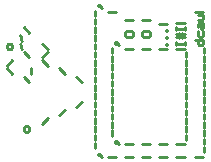
<source format=gbr>
G04*
G04 #@! TF.GenerationSoftware,Altium Limited,Altium Designer,22.4.2 (48)*
G04*
G04 Layer_Color=32896*
%FSLAX25Y25*%
%MOIN*%
G70*
G04*
G04 #@! TF.SameCoordinates,550AB15D-F781-4C29-8757-C47261610ABA*
G04*
G04*
G04 #@! TF.FilePolarity,Positive*
G04*
G01*
G75*
%ADD12C,0.01000*%
D12*
X79885Y76280D02*
X78049Y78117D01*
X79885Y80872D02*
X78049Y79036D01*
X79885Y85005D02*
Y85923D01*
X79426Y86382D01*
X78508D01*
X78049Y85923D01*
Y85005D01*
X78508Y84545D01*
X79426D01*
X79885Y85005D01*
X85591Y57455D02*
Y58373D01*
X85132Y58832D01*
X84214D01*
X83755Y58373D01*
Y57455D01*
X84214Y56995D01*
X85132D01*
X85591Y57455D01*
Y73525D02*
X83755Y75362D01*
X86050Y76280D02*
Y78117D01*
X85591Y81791D02*
X83755Y83627D01*
X83295Y84545D02*
X82836Y85005D01*
Y85923D01*
X82377Y86382D01*
X83295Y87300D02*
X82836Y87760D01*
Y88678D01*
X82377Y89137D01*
X85591Y90056D02*
X83755Y91892D01*
X91756Y61587D02*
X89920Y59750D01*
X91756Y79036D02*
X89920Y80872D01*
X91756Y83627D02*
X89920Y81791D01*
X91756Y84545D02*
X89920Y86382D01*
X97462Y64342D02*
X95626Y62505D01*
X97462Y76280D02*
X95626Y78117D01*
X103168Y67097D02*
X101332Y65260D01*
X103168Y73525D02*
X101332Y75362D01*
X109334Y49189D02*
X108874Y49649D01*
X108415D01*
Y49189D01*
X108874D01*
Y49649D01*
X109334Y49189D01*
X109793Y48730D01*
X107497Y51485D02*
Y53322D01*
Y54240D02*
Y56077D01*
Y56995D02*
Y58832D01*
Y59750D02*
Y61587D01*
Y62505D02*
Y64342D01*
Y65260D02*
Y67097D01*
Y68015D02*
Y69852D01*
Y70770D02*
Y72607D01*
Y73525D02*
Y75362D01*
Y76280D02*
Y78117D01*
Y79036D02*
Y80872D01*
Y81791D02*
Y83627D01*
Y84545D02*
Y86382D01*
Y87300D02*
Y89137D01*
Y90056D02*
Y91892D01*
Y92811D02*
Y94647D01*
Y95566D02*
Y97402D01*
X109334Y98780D02*
X108874Y99239D01*
X108415D01*
Y98780D01*
X108874D01*
Y99239D01*
X109334Y98780D01*
X109793Y98321D01*
X111826Y48730D02*
X114581D01*
X115040Y53322D02*
X114581Y53781D01*
X114121D01*
Y53322D01*
X114581D01*
Y53781D01*
X115040Y53322D01*
X115499Y52863D01*
X113203Y55618D02*
Y57455D01*
Y58373D02*
Y60210D01*
Y61128D02*
Y62964D01*
Y63883D02*
Y65719D01*
Y66638D02*
Y68475D01*
Y69393D02*
Y71230D01*
Y72148D02*
Y73985D01*
Y74903D02*
Y76740D01*
Y77658D02*
Y79495D01*
Y80413D02*
Y82250D01*
Y83168D02*
Y85005D01*
X115040Y86382D02*
X114581Y86841D01*
X114121D01*
Y86382D01*
X114581D01*
Y86841D01*
X115040Y86382D01*
X115499Y85923D01*
X111826Y96943D02*
X114581D01*
X117532Y48730D02*
X120287D01*
X117532Y52863D02*
X120287D01*
X117532Y84545D02*
X120287D01*
X117532Y90056D02*
Y89137D01*
X117991Y88678D01*
X119827D01*
X120287Y89137D01*
Y90056D01*
X119827Y90515D01*
X117991D01*
X117532Y90056D01*
Y94188D02*
X120287D01*
X123238Y48730D02*
X125993D01*
X123238Y52863D02*
X125993D01*
X123238Y84545D02*
X125993D01*
X123238Y90056D02*
Y89137D01*
X123697Y88678D01*
X125533D01*
X125993Y89137D01*
Y90056D01*
X125533Y90515D01*
X123697D01*
X123238Y90056D01*
Y94188D02*
X125993D01*
X128944Y48730D02*
X131699D01*
X128944Y52863D02*
X131699D01*
X128944Y84545D02*
X131699D01*
Y85923D02*
X131239D01*
Y86382D01*
X131699D01*
Y85923D01*
Y88219D02*
X131239D01*
Y88678D01*
X131699D01*
Y88219D01*
Y90515D02*
X131239D01*
Y90974D01*
X131699D01*
Y90515D01*
X128944Y92811D02*
X131699D01*
X134650Y48730D02*
X137405D01*
X134650Y52863D02*
X137405D01*
X137864Y54240D02*
Y56077D01*
Y56995D02*
Y58832D01*
Y59750D02*
Y61587D01*
Y62505D02*
Y64342D01*
Y65260D02*
Y67097D01*
Y68015D02*
Y69852D01*
Y70770D02*
Y72607D01*
Y73525D02*
Y75362D01*
Y76280D02*
Y78117D01*
Y79036D02*
Y80872D01*
Y81791D02*
Y83627D01*
X134650Y84545D02*
X137405D01*
X134650Y85923D02*
Y86841D01*
Y86382D01*
X137405D01*
Y85923D01*
Y86841D01*
Y88678D02*
X134650D01*
Y89596D02*
X137405D01*
X135568Y88219D02*
Y89596D01*
Y90056D01*
X136486Y88219D02*
Y90056D01*
X134650Y90974D02*
Y91892D01*
Y91433D01*
X137405D01*
Y90974D01*
Y91892D01*
X134650Y93270D02*
X137405D01*
X140815Y48730D02*
X143570D01*
X144029Y50108D02*
Y51944D01*
Y52863D02*
Y54699D01*
Y55618D02*
Y57455D01*
Y58373D02*
Y60210D01*
Y61128D02*
Y62964D01*
Y63883D02*
Y65719D01*
Y66638D02*
Y68475D01*
Y69393D02*
Y71230D01*
Y72148D02*
Y73985D01*
Y74903D02*
Y76740D01*
Y77658D02*
Y79495D01*
Y80413D02*
Y82250D01*
Y83168D02*
Y85005D01*
X140815Y87760D02*
X143570D01*
Y86382D01*
X143111Y85923D01*
X142192D01*
X141733Y86382D01*
Y87760D01*
Y90515D02*
Y89137D01*
X142192Y88678D01*
X143111D01*
X143570Y89137D01*
Y90515D01*
X141733Y91892D02*
Y92811D01*
X142192Y93270D01*
X143570D01*
Y91892D01*
X143111Y91433D01*
X142651Y91892D01*
Y93270D01*
X141733Y94188D02*
X143111D01*
X143570Y94647D01*
Y96025D01*
X141733D01*
X140815Y96943D02*
X143570D01*
M02*

</source>
